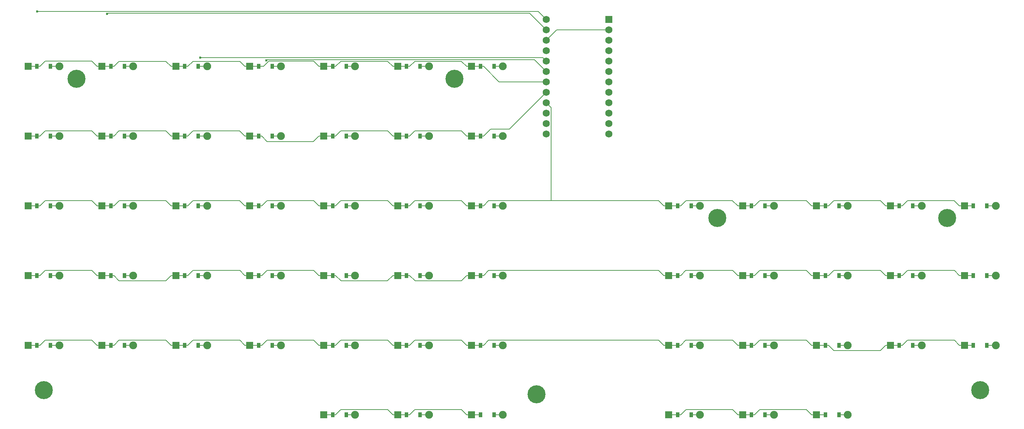
<source format=gbr>
%TF.GenerationSoftware,KiCad,Pcbnew,8.0.2*%
%TF.CreationDate,2024-06-03T01:18:46-04:00*%
%TF.ProjectId,unisplitchoc,756e6973-706c-4697-9463-686f632e6b69,v1.0.0*%
%TF.SameCoordinates,Original*%
%TF.FileFunction,Copper,L1,Top*%
%TF.FilePolarity,Positive*%
%FSLAX46Y46*%
G04 Gerber Fmt 4.6, Leading zero omitted, Abs format (unit mm)*
G04 Created by KiCad (PCBNEW 8.0.2) date 2024-06-03 01:18:46*
%MOMM*%
%LPD*%
G01*
G04 APERTURE LIST*
%TA.AperFunction,ComponentPad*%
%ADD10R,1.778000X1.778000*%
%TD*%
%TA.AperFunction,SMDPad,CuDef*%
%ADD11R,0.900000X1.200000*%
%TD*%
%TA.AperFunction,ComponentPad*%
%ADD12C,1.905000*%
%TD*%
%TA.AperFunction,ComponentPad*%
%ADD13C,0.700000*%
%TD*%
%TA.AperFunction,ComponentPad*%
%ADD14C,4.400000*%
%TD*%
%TA.AperFunction,ComponentPad*%
%ADD15R,1.752600X1.752600*%
%TD*%
%TA.AperFunction,ComponentPad*%
%ADD16C,1.752600*%
%TD*%
%TA.AperFunction,ViaPad*%
%ADD17C,0.600000*%
%TD*%
%TA.AperFunction,Conductor*%
%ADD18C,0.200000*%
%TD*%
G04 APERTURE END LIST*
D10*
%TO.P,D52,1*%
%TO.N,P7*%
X306190000Y-171000000D03*
D11*
X308350000Y-171000000D03*
%TO.P,D52,2*%
%TO.N,rring_home*%
X311650000Y-171000000D03*
D12*
X313810000Y-171000000D03*
%TD*%
D10*
%TO.P,D8,1*%
%TO.N,P6*%
X114190000Y-154000000D03*
D11*
X116350000Y-154000000D03*
%TO.P,D8,2*%
%TO.N,louter_top*%
X119650000Y-154000000D03*
D12*
X121810000Y-154000000D03*
%TD*%
D10*
%TO.P,D20,1*%
%TO.N,P4*%
X150190000Y-120000000D03*
D11*
X152350000Y-120000000D03*
%TO.P,D20,2*%
%TO.N,lring_function*%
X155650000Y-120000000D03*
D12*
X157810000Y-120000000D03*
%TD*%
D10*
%TO.P,D36,1*%
%TO.N,P6*%
X204190000Y-154000000D03*
D11*
X206350000Y-154000000D03*
%TO.P,D36,2*%
%TO.N,linner_top*%
X209650000Y-154000000D03*
D12*
X211810000Y-154000000D03*
%TD*%
D10*
%TO.P,D16,1*%
%TO.N,P8*%
X150190000Y-188000000D03*
D11*
X152350000Y-188000000D03*
%TO.P,D16,2*%
%TO.N,lring_bottom*%
X155650000Y-188000000D03*
D12*
X157810000Y-188000000D03*
%TD*%
D10*
%TO.P,D27,1*%
%TO.N,P9*%
X186190000Y-205000000D03*
D11*
X188350000Y-205000000D03*
%TO.P,D27,2*%
%TO.N,lindex_mod*%
X191650000Y-205000000D03*
D12*
X193810000Y-205000000D03*
%TD*%
D10*
%TO.P,D49,1*%
%TO.N,P7*%
X288190000Y-171000000D03*
D11*
X290350000Y-171000000D03*
%TO.P,D49,2*%
%TO.N,rmiddle_home*%
X293650000Y-171000000D03*
D12*
X295810000Y-171000000D03*
%TD*%
D10*
%TO.P,D5,1*%
%TO.N,P4*%
X96190000Y-120000000D03*
D11*
X98350000Y-120000000D03*
%TO.P,D5,2*%
%TO.N,lmacro_function*%
X101650000Y-120000000D03*
D12*
X103810000Y-120000000D03*
%TD*%
D10*
%TO.P,D21,1*%
%TO.N,P9*%
X168190000Y-205000000D03*
D11*
X170350000Y-205000000D03*
%TO.P,D21,2*%
%TO.N,lmiddle_mod*%
X173650000Y-205000000D03*
D12*
X175810000Y-205000000D03*
%TD*%
D10*
%TO.P,D30,1*%
%TO.N,P6*%
X186190000Y-154000000D03*
D11*
X188350000Y-154000000D03*
%TO.P,D30,2*%
%TO.N,lindex_top*%
X191650000Y-154000000D03*
D12*
X193810000Y-154000000D03*
%TD*%
D10*
%TO.P,D45,1*%
%TO.N,P7*%
X270190000Y-171000000D03*
D11*
X272350000Y-171000000D03*
%TO.P,D45,2*%
%TO.N,rindex_home*%
X275650000Y-171000000D03*
D12*
X277810000Y-171000000D03*
%TD*%
D10*
%TO.P,D11,1*%
%TO.N,P8*%
X132190000Y-188000000D03*
D11*
X134350000Y-188000000D03*
%TO.P,D11,2*%
%TO.N,lpinky_bottom*%
X137650000Y-188000000D03*
D12*
X139810000Y-188000000D03*
%TD*%
D10*
%TO.P,D18,1*%
%TO.N,P6*%
X150190000Y-154000000D03*
D11*
X152350000Y-154000000D03*
%TO.P,D18,2*%
%TO.N,lring_top*%
X155650000Y-154000000D03*
D12*
X157810000Y-154000000D03*
%TD*%
D10*
%TO.P,D14,1*%
%TO.N,P5*%
X132190000Y-137000000D03*
D11*
X134350000Y-137000000D03*
%TO.P,D14,2*%
%TO.N,lpinky_num*%
X137650000Y-137000000D03*
D12*
X139810000Y-137000000D03*
%TD*%
D10*
%TO.P,D17,1*%
%TO.N,P7*%
X150190000Y-171000000D03*
D11*
X152350000Y-171000000D03*
%TO.P,D17,2*%
%TO.N,lring_home*%
X155650000Y-171000000D03*
D12*
X157810000Y-171000000D03*
%TD*%
D10*
%TO.P,D28,1*%
%TO.N,P8*%
X186190000Y-188000000D03*
D11*
X188350000Y-188000000D03*
%TO.P,D28,2*%
%TO.N,lindex_bottom*%
X191650000Y-188000000D03*
D12*
X193810000Y-188000000D03*
%TD*%
D10*
%TO.P,D19,1*%
%TO.N,P5*%
X150190000Y-137000000D03*
D11*
X152350000Y-137000000D03*
%TO.P,D19,2*%
%TO.N,lring_num*%
X155650000Y-137000000D03*
D12*
X157810000Y-137000000D03*
%TD*%
D10*
%TO.P,D54,1*%
%TO.N,P8*%
X324190000Y-188000000D03*
D11*
X326350000Y-188000000D03*
%TO.P,D54,2*%
%TO.N,rpinky_bottom*%
X329650000Y-188000000D03*
D12*
X331810000Y-188000000D03*
%TD*%
D10*
%TO.P,D39,1*%
%TO.N,P9*%
X252190000Y-205000000D03*
D11*
X254350000Y-205000000D03*
%TO.P,D39,2*%
%TO.N,rinner_mod*%
X257650000Y-205000000D03*
D12*
X259810000Y-205000000D03*
%TD*%
D10*
%TO.P,D47,1*%
%TO.N,P9*%
X288190000Y-205000000D03*
D11*
X290350000Y-205000000D03*
%TO.P,D47,2*%
%TO.N,rmiddle_mod*%
X293650000Y-205000000D03*
D12*
X295810000Y-205000000D03*
%TD*%
D10*
%TO.P,D26,1*%
%TO.N,P4*%
X168190000Y-120000000D03*
D11*
X170350000Y-120000000D03*
%TO.P,D26,2*%
%TO.N,lmiddle_function*%
X173650000Y-120000000D03*
D12*
X175810000Y-120000000D03*
%TD*%
D13*
%TO.P,_2,1*%
%TO.N,N/C*%
X198350000Y-123000000D03*
X198833274Y-121833274D03*
X198833274Y-124166726D03*
X200000000Y-121350000D03*
D14*
X200000000Y-123000000D03*
D13*
X200000000Y-124650000D03*
X201166726Y-121833274D03*
X201166726Y-124166726D03*
X201650000Y-123000000D03*
%TD*%
%TO.P,_3,1*%
%TO.N,N/C*%
X262350000Y-157000000D03*
X262833274Y-155833274D03*
X262833274Y-158166726D03*
X264000000Y-155350000D03*
D14*
X264000000Y-157000000D03*
D13*
X264000000Y-158650000D03*
X265166726Y-155833274D03*
X265166726Y-158166726D03*
X265650000Y-157000000D03*
%TD*%
D10*
%TO.P,D38,1*%
%TO.N,P4*%
X204190000Y-120000000D03*
D11*
X206350000Y-120000000D03*
%TO.P,D38,2*%
%TO.N,linner_function*%
X209650000Y-120000000D03*
D12*
X211810000Y-120000000D03*
%TD*%
D10*
%TO.P,D24,1*%
%TO.N,P6*%
X168190000Y-154000000D03*
D11*
X170350000Y-154000000D03*
%TO.P,D24,2*%
%TO.N,lmiddle_top*%
X173650000Y-154000000D03*
D12*
X175810000Y-154000000D03*
%TD*%
D10*
%TO.P,D34,1*%
%TO.N,P8*%
X204190000Y-188000000D03*
D11*
X206350000Y-188000000D03*
%TO.P,D34,2*%
%TO.N,linner_bottom*%
X209650000Y-188000000D03*
D12*
X211810000Y-188000000D03*
%TD*%
D10*
%TO.P,D51,1*%
%TO.N,P8*%
X306190000Y-188000000D03*
D11*
X308350000Y-188000000D03*
%TO.P,D51,2*%
%TO.N,rring_bottom*%
X311650000Y-188000000D03*
D12*
X313810000Y-188000000D03*
%TD*%
D10*
%TO.P,D4,1*%
%TO.N,P5*%
X96190000Y-137000000D03*
D11*
X98350000Y-137000000D03*
%TO.P,D4,2*%
%TO.N,lmacro_num*%
X101650000Y-137000000D03*
D12*
X103810000Y-137000000D03*
%TD*%
D10*
%TO.P,D31,1*%
%TO.N,P5*%
X186190000Y-137000000D03*
D11*
X188350000Y-137000000D03*
%TO.P,D31,2*%
%TO.N,lindex_num*%
X191650000Y-137000000D03*
D12*
X193810000Y-137000000D03*
%TD*%
D10*
%TO.P,D15,1*%
%TO.N,P4*%
X132190000Y-120000000D03*
D11*
X134350000Y-120000000D03*
%TO.P,D15,2*%
%TO.N,lpinky_function*%
X137650000Y-120000000D03*
D12*
X139810000Y-120000000D03*
%TD*%
D10*
%TO.P,D13,1*%
%TO.N,P6*%
X132190000Y-154000000D03*
D11*
X134350000Y-154000000D03*
%TO.P,D13,2*%
%TO.N,lpinky_top*%
X137650000Y-154000000D03*
D12*
X139810000Y-154000000D03*
%TD*%
D10*
%TO.P,D50,1*%
%TO.N,P6*%
X288190000Y-154000000D03*
D11*
X290350000Y-154000000D03*
%TO.P,D50,2*%
%TO.N,rmiddle_top*%
X293650000Y-154000000D03*
D12*
X295810000Y-154000000D03*
%TD*%
D10*
%TO.P,D33,1*%
%TO.N,P9*%
X204190000Y-205000000D03*
D11*
X206350000Y-205000000D03*
%TO.P,D33,2*%
%TO.N,linner_mod*%
X209650000Y-205000000D03*
D12*
X211810000Y-205000000D03*
%TD*%
D10*
%TO.P,D40,1*%
%TO.N,P8*%
X252190000Y-188000000D03*
D11*
X254350000Y-188000000D03*
%TO.P,D40,2*%
%TO.N,rinner_bottom*%
X257650000Y-188000000D03*
D12*
X259810000Y-188000000D03*
%TD*%
D10*
%TO.P,D9,1*%
%TO.N,P5*%
X114190000Y-137000000D03*
D11*
X116350000Y-137000000D03*
%TO.P,D9,2*%
%TO.N,louter_num*%
X119650000Y-137000000D03*
D12*
X121810000Y-137000000D03*
%TD*%
D13*
%TO.P,_4,1*%
%TO.N,N/C*%
X318350000Y-157000000D03*
X318833274Y-155833274D03*
X318833274Y-158166726D03*
X320000000Y-155350000D03*
D14*
X320000000Y-157000000D03*
D13*
X320000000Y-158650000D03*
X321166726Y-155833274D03*
X321166726Y-158166726D03*
X321650000Y-157000000D03*
%TD*%
D10*
%TO.P,D43,1*%
%TO.N,P9*%
X270190000Y-205000000D03*
D11*
X272350000Y-205000000D03*
%TO.P,D43,2*%
%TO.N,rindex_mod*%
X275650000Y-205000000D03*
D12*
X277810000Y-205000000D03*
%TD*%
D10*
%TO.P,D32,1*%
%TO.N,P4*%
X186190000Y-120000000D03*
D11*
X188350000Y-120000000D03*
%TO.P,D32,2*%
%TO.N,lindex_function*%
X191650000Y-120000000D03*
D12*
X193810000Y-120000000D03*
%TD*%
D10*
%TO.P,D44,1*%
%TO.N,P8*%
X270190000Y-188000000D03*
D11*
X272350000Y-188000000D03*
%TO.P,D44,2*%
%TO.N,rindex_bottom*%
X275650000Y-188000000D03*
D12*
X277810000Y-188000000D03*
%TD*%
D10*
%TO.P,D42,1*%
%TO.N,P6*%
X252190000Y-154000000D03*
D11*
X254350000Y-154000000D03*
%TO.P,D42,2*%
%TO.N,rinner_top*%
X257650000Y-154000000D03*
D12*
X259810000Y-154000000D03*
%TD*%
D10*
%TO.P,D7,1*%
%TO.N,P7*%
X114190000Y-171000000D03*
D11*
X116350000Y-171000000D03*
%TO.P,D7,2*%
%TO.N,louter_home*%
X119650000Y-171000000D03*
D12*
X121810000Y-171000000D03*
%TD*%
D10*
%TO.P,D25,1*%
%TO.N,P5*%
X168190000Y-137000000D03*
D11*
X170350000Y-137000000D03*
%TO.P,D25,2*%
%TO.N,lmiddle_num*%
X173650000Y-137000000D03*
D12*
X175810000Y-137000000D03*
%TD*%
D10*
%TO.P,D3,1*%
%TO.N,P6*%
X96190000Y-154000000D03*
D11*
X98350000Y-154000000D03*
%TO.P,D3,2*%
%TO.N,lmacro_top*%
X101650000Y-154000000D03*
D12*
X103810000Y-154000000D03*
%TD*%
D13*
%TO.P,_7,1*%
%TO.N,N/C*%
X326350000Y-199000000D03*
X326833274Y-197833274D03*
X326833274Y-200166726D03*
X328000000Y-197350000D03*
D14*
X328000000Y-199000000D03*
D13*
X328000000Y-200650000D03*
X329166726Y-197833274D03*
X329166726Y-200166726D03*
X329650000Y-199000000D03*
%TD*%
%TO.P,_5,1*%
%TO.N,N/C*%
X98350000Y-199000000D03*
X98833274Y-197833274D03*
X98833274Y-200166726D03*
X100000000Y-197350000D03*
D14*
X100000000Y-199000000D03*
D13*
X100000000Y-200650000D03*
X101166726Y-197833274D03*
X101166726Y-200166726D03*
X101650000Y-199000000D03*
%TD*%
D15*
%TO.P,MCU1,1*%
%TO.N,RAW*%
X237620000Y-108530000D03*
D16*
%TO.P,MCU1,2*%
%TO.N,GND*%
X237620000Y-111070000D03*
%TO.P,MCU1,3*%
%TO.N,RST*%
X237620000Y-113610000D03*
%TO.P,MCU1,4*%
%TO.N,VCC*%
X237620000Y-116150000D03*
%TO.P,MCU1,5*%
%TO.N,P21*%
X237620000Y-118690000D03*
%TO.P,MCU1,6*%
%TO.N,P20*%
X237620000Y-121230000D03*
%TO.P,MCU1,7*%
%TO.N,P19*%
X237620000Y-123770000D03*
%TO.P,MCU1,8*%
%TO.N,P18*%
X237620000Y-126310000D03*
%TO.P,MCU1,9*%
%TO.N,P15*%
X237620000Y-128850000D03*
%TO.P,MCU1,10*%
%TO.N,P14*%
X237620000Y-131390000D03*
%TO.P,MCU1,11*%
%TO.N,P16*%
X237620000Y-133930000D03*
%TO.P,MCU1,12*%
%TO.N,P10*%
X237620000Y-136470000D03*
%TO.P,MCU1,13*%
%TO.N,P1*%
X222380000Y-108530000D03*
%TO.P,MCU1,14*%
%TO.N,P0*%
X222380000Y-111070000D03*
%TO.P,MCU1,15*%
%TO.N,GND*%
X222380000Y-113610000D03*
%TO.P,MCU1,16*%
X222380000Y-116150000D03*
%TO.P,MCU1,17*%
%TO.N,P2*%
X222380000Y-118690000D03*
%TO.P,MCU1,18*%
%TO.N,P3*%
X222380000Y-121230000D03*
%TO.P,MCU1,19*%
%TO.N,P4*%
X222380000Y-123770000D03*
%TO.P,MCU1,20*%
%TO.N,P5*%
X222380000Y-126310000D03*
%TO.P,MCU1,21*%
%TO.N,P6*%
X222380000Y-128850000D03*
%TO.P,MCU1,22*%
%TO.N,P7*%
X222380000Y-131390000D03*
%TO.P,MCU1,23*%
%TO.N,P8*%
X222380000Y-133930000D03*
%TO.P,MCU1,24*%
%TO.N,P9*%
X222380000Y-136470000D03*
%TD*%
D10*
%TO.P,D23,1*%
%TO.N,P7*%
X168190000Y-171000000D03*
D11*
X170350000Y-171000000D03*
%TO.P,D23,2*%
%TO.N,lmiddle_home*%
X173650000Y-171000000D03*
D12*
X175810000Y-171000000D03*
%TD*%
D10*
%TO.P,D10,1*%
%TO.N,P4*%
X114190000Y-120000000D03*
D11*
X116350000Y-120000000D03*
%TO.P,D10,2*%
%TO.N,louter_function*%
X119650000Y-120000000D03*
D12*
X121810000Y-120000000D03*
%TD*%
D10*
%TO.P,D2,1*%
%TO.N,P7*%
X96190000Y-171000000D03*
D11*
X98350000Y-171000000D03*
%TO.P,D2,2*%
%TO.N,lmacro_home*%
X101650000Y-171000000D03*
D12*
X103810000Y-171000000D03*
%TD*%
D10*
%TO.P,D22,1*%
%TO.N,P8*%
X168190000Y-188000000D03*
D11*
X170350000Y-188000000D03*
%TO.P,D22,2*%
%TO.N,lmiddle_bottom*%
X173650000Y-188000000D03*
D12*
X175810000Y-188000000D03*
%TD*%
D10*
%TO.P,D6,1*%
%TO.N,P8*%
X114190000Y-188000000D03*
D11*
X116350000Y-188000000D03*
%TO.P,D6,2*%
%TO.N,louter_bottom*%
X119650000Y-188000000D03*
D12*
X121810000Y-188000000D03*
%TD*%
D10*
%TO.P,D29,1*%
%TO.N,P7*%
X186190000Y-171000000D03*
D11*
X188350000Y-171000000D03*
%TO.P,D29,2*%
%TO.N,lindex_home*%
X191650000Y-171000000D03*
D12*
X193810000Y-171000000D03*
%TD*%
D10*
%TO.P,D41,1*%
%TO.N,P7*%
X252190000Y-171000000D03*
D11*
X254350000Y-171000000D03*
%TO.P,D41,2*%
%TO.N,rinner_home*%
X257650000Y-171000000D03*
D12*
X259810000Y-171000000D03*
%TD*%
D10*
%TO.P,D48,1*%
%TO.N,P8*%
X288190000Y-188000000D03*
D11*
X290350000Y-188000000D03*
%TO.P,D48,2*%
%TO.N,rmiddle_bottom*%
X293650000Y-188000000D03*
D12*
X295810000Y-188000000D03*
%TD*%
D13*
%TO.P,_6,1*%
%TO.N,N/C*%
X218350000Y-200000000D03*
X218833274Y-198833274D03*
X218833274Y-201166726D03*
X220000000Y-198350000D03*
D14*
X220000000Y-200000000D03*
D13*
X220000000Y-201650000D03*
X221166726Y-198833274D03*
X221166726Y-201166726D03*
X221650000Y-200000000D03*
%TD*%
D10*
%TO.P,D1,1*%
%TO.N,P8*%
X96190000Y-188000000D03*
D11*
X98350000Y-188000000D03*
%TO.P,D1,2*%
%TO.N,lmacro_bottom*%
X101650000Y-188000000D03*
D12*
X103810000Y-188000000D03*
%TD*%
D13*
%TO.P,_1,1*%
%TO.N,N/C*%
X106350000Y-123000000D03*
X106833274Y-121833274D03*
X106833274Y-124166726D03*
X108000000Y-121350000D03*
D14*
X108000000Y-123000000D03*
D13*
X108000000Y-124650000D03*
X109166726Y-121833274D03*
X109166726Y-124166726D03*
X109650000Y-123000000D03*
%TD*%
D10*
%TO.P,D55,1*%
%TO.N,P7*%
X324190000Y-171000000D03*
D11*
X326350000Y-171000000D03*
%TO.P,D55,2*%
%TO.N,rpinky_home*%
X329650000Y-171000000D03*
D12*
X331810000Y-171000000D03*
%TD*%
D10*
%TO.P,D46,1*%
%TO.N,P6*%
X270190000Y-154000000D03*
D11*
X272350000Y-154000000D03*
%TO.P,D46,2*%
%TO.N,rindex_top*%
X275650000Y-154000000D03*
D12*
X277810000Y-154000000D03*
%TD*%
D10*
%TO.P,D53,1*%
%TO.N,P6*%
X306190000Y-154000000D03*
D11*
X308350000Y-154000000D03*
%TO.P,D53,2*%
%TO.N,rring_top*%
X311650000Y-154000000D03*
D12*
X313810000Y-154000000D03*
%TD*%
D10*
%TO.P,D37,1*%
%TO.N,P5*%
X204190000Y-137000000D03*
D11*
X206350000Y-137000000D03*
%TO.P,D37,2*%
%TO.N,linner_num*%
X209650000Y-137000000D03*
D12*
X211810000Y-137000000D03*
%TD*%
D10*
%TO.P,D12,1*%
%TO.N,P7*%
X132190000Y-171000000D03*
D11*
X134350000Y-171000000D03*
%TO.P,D12,2*%
%TO.N,lpinky_home*%
X137650000Y-171000000D03*
D12*
X139810000Y-171000000D03*
%TD*%
D10*
%TO.P,D35,1*%
%TO.N,P7*%
X204190000Y-171000000D03*
D11*
X206350000Y-171000000D03*
%TO.P,D35,2*%
%TO.N,linner_home*%
X209650000Y-171000000D03*
D12*
X211810000Y-171000000D03*
%TD*%
D10*
%TO.P,D56,1*%
%TO.N,P6*%
X324190000Y-154000000D03*
D11*
X326350000Y-154000000D03*
%TO.P,D56,2*%
%TO.N,rpinky_top*%
X329650000Y-154000000D03*
D12*
X331810000Y-154000000D03*
%TD*%
D17*
%TO.N,P1*%
X98401100Y-106580000D03*
%TO.N,P0*%
X115427000Y-107215000D03*
%TO.N,P2*%
X138130000Y-117847500D03*
%TO.N,P3*%
X154194700Y-118490100D03*
%TD*%
D18*
%TO.N,P1*%
X220430000Y-106580000D02*
X98401100Y-106580000D01*
X222380000Y-108530000D02*
X220430000Y-106580000D01*
%TO.N,lmacro_bottom*%
X103810000Y-188000000D02*
X101650000Y-188000000D01*
%TO.N,lmacro_home*%
X103810000Y-171000000D02*
X101650000Y-171000000D01*
%TO.N,lmacro_top*%
X103810000Y-154000000D02*
X101650000Y-154000000D01*
%TO.N,lmacro_num*%
X103810000Y-137000000D02*
X101650000Y-137000000D01*
%TO.N,lmacro_function*%
X103810000Y-120000000D02*
X101650000Y-120000000D01*
%TO.N,P0*%
X218308300Y-106998300D02*
X115643700Y-106998300D01*
X115643700Y-106998300D02*
X115427000Y-107215000D01*
X222380000Y-111070000D02*
X218308300Y-106998300D01*
%TO.N,louter_bottom*%
X121810000Y-188000000D02*
X119650000Y-188000000D01*
%TO.N,louter_home*%
X121810000Y-171000000D02*
X119650000Y-171000000D01*
%TO.N,louter_top*%
X121810000Y-154000000D02*
X119650000Y-154000000D01*
%TO.N,louter_num*%
X121810000Y-137000000D02*
X119650000Y-137000000D01*
%TO.N,louter_function*%
X121810000Y-120000000D02*
X119650000Y-120000000D01*
%TO.N,P2*%
X222380000Y-118690000D02*
X221537500Y-117847500D01*
X221537500Y-117847500D02*
X138130000Y-117847500D01*
%TO.N,lpinky_bottom*%
X139810000Y-188000000D02*
X137650000Y-188000000D01*
%TO.N,lpinky_home*%
X139810000Y-171000000D02*
X137650000Y-171000000D01*
%TO.N,lpinky_top*%
X139810000Y-154000000D02*
X137650000Y-154000000D01*
%TO.N,lpinky_num*%
X139810000Y-137000000D02*
X137650000Y-137000000D01*
%TO.N,lpinky_function*%
X139810000Y-120000000D02*
X137650000Y-120000000D01*
%TO.N,P3*%
X154366400Y-118318400D02*
X219468400Y-118318400D01*
X219468400Y-118318400D02*
X222380000Y-121230000D01*
X154194700Y-118490100D02*
X154366400Y-118318400D01*
%TO.N,lring_bottom*%
X157810000Y-188000000D02*
X155650000Y-188000000D01*
%TO.N,lring_home*%
X157810000Y-171000000D02*
X155650000Y-171000000D01*
%TO.N,lring_top*%
X157810000Y-154000000D02*
X155650000Y-154000000D01*
%TO.N,lring_num*%
X157810000Y-137000000D02*
X155650000Y-137000000D01*
%TO.N,lring_function*%
X157810000Y-120000000D02*
X155650000Y-120000000D01*
%TO.N,lmiddle_mod*%
X175810000Y-205000000D02*
X173650000Y-205000000D01*
%TO.N,lmiddle_bottom*%
X175810000Y-188000000D02*
X173650000Y-188000000D01*
%TO.N,lmiddle_home*%
X175810000Y-171000000D02*
X173650000Y-171000000D01*
%TO.N,lmiddle_top*%
X175810000Y-154000000D02*
X173650000Y-154000000D01*
%TO.N,lmiddle_num*%
X175810000Y-137000000D02*
X173650000Y-137000000D01*
%TO.N,lmiddle_function*%
X175810000Y-120000000D02*
X173650000Y-120000000D01*
%TO.N,lindex_mod*%
X193810000Y-205000000D02*
X191650000Y-205000000D01*
%TO.N,lindex_bottom*%
X193810000Y-188000000D02*
X191650000Y-188000000D01*
%TO.N,lindex_home*%
X193810000Y-171000000D02*
X191650000Y-171000000D01*
%TO.N,lindex_top*%
X193810000Y-154000000D02*
X191650000Y-154000000D01*
%TO.N,lindex_num*%
X193810000Y-137000000D02*
X191650000Y-137000000D01*
%TO.N,lindex_function*%
X193810000Y-120000000D02*
X191650000Y-120000000D01*
%TO.N,linner_mod*%
X211810000Y-205000000D02*
X209650000Y-205000000D01*
%TO.N,linner_bottom*%
X211810000Y-188000000D02*
X209650000Y-188000000D01*
%TO.N,linner_home*%
X211810000Y-171000000D02*
X209650000Y-171000000D01*
%TO.N,linner_top*%
X211810000Y-154000000D02*
X209650000Y-154000000D01*
%TO.N,linner_num*%
X211810000Y-137000000D02*
X209650000Y-137000000D01*
%TO.N,linner_function*%
X211810000Y-120000000D02*
X209650000Y-120000000D01*
%TO.N,rinner_mod*%
X259810000Y-205000000D02*
X257650000Y-205000000D01*
%TO.N,rinner_bottom*%
X259810000Y-188000000D02*
X257650000Y-188000000D01*
%TO.N,rinner_home*%
X259810000Y-171000000D02*
X257650000Y-171000000D01*
%TO.N,rinner_top*%
X259810000Y-154000000D02*
X257650000Y-154000000D01*
%TO.N,rindex_mod*%
X277810000Y-205000000D02*
X275650000Y-205000000D01*
%TO.N,rindex_bottom*%
X277810000Y-188000000D02*
X275650000Y-188000000D01*
%TO.N,rindex_home*%
X277810000Y-171000000D02*
X275650000Y-171000000D01*
%TO.N,rindex_top*%
X277810000Y-154000000D02*
X275650000Y-154000000D01*
%TO.N,rmiddle_mod*%
X295810000Y-205000000D02*
X293650000Y-205000000D01*
%TO.N,rmiddle_bottom*%
X295810000Y-188000000D02*
X293650000Y-188000000D01*
%TO.N,rmiddle_home*%
X295810000Y-171000000D02*
X293650000Y-171000000D01*
%TO.N,rmiddle_top*%
X295810000Y-154000000D02*
X293650000Y-154000000D01*
%TO.N,rring_bottom*%
X313810000Y-188000000D02*
X311650000Y-188000000D01*
%TO.N,rring_home*%
X313810000Y-171000000D02*
X311650000Y-171000000D01*
%TO.N,rring_top*%
X313810000Y-154000000D02*
X311650000Y-154000000D01*
%TO.N,rpinky_bottom*%
X331810000Y-188000000D02*
X329650000Y-188000000D01*
%TO.N,rpinky_home*%
X331810000Y-171000000D02*
X329650000Y-171000000D01*
%TO.N,rpinky_top*%
X331810000Y-154000000D02*
X329650000Y-154000000D01*
%TO.N,P8*%
X166999300Y-188000000D02*
X165728500Y-186729200D01*
X290350000Y-188000000D02*
X291101700Y-188000000D01*
X308350000Y-188000000D02*
X309101700Y-188000000D01*
X165728500Y-186729200D02*
X154372500Y-186729200D01*
X150190000Y-188000000D02*
X148999300Y-188000000D01*
X96190000Y-188000000D02*
X98350000Y-188000000D01*
X303730200Y-189269100D02*
X304999300Y-188000000D01*
X270190000Y-188000000D02*
X268999300Y-188000000D01*
X147743000Y-186743700D02*
X148999300Y-188000000D01*
X324190000Y-188000000D02*
X322999300Y-188000000D01*
X99101700Y-188000000D02*
X100358000Y-186743700D01*
X288190000Y-188000000D02*
X286999300Y-188000000D01*
X326350000Y-188000000D02*
X324190000Y-188000000D01*
X206350000Y-188000000D02*
X207101700Y-188000000D01*
X207101700Y-188000000D02*
X208358000Y-186743700D01*
X152350000Y-188000000D02*
X153101700Y-188000000D01*
X306190000Y-188000000D02*
X304999300Y-188000000D01*
X171101700Y-188000000D02*
X172358000Y-186743700D01*
X208358000Y-186743700D02*
X249743000Y-186743700D01*
X186190000Y-188000000D02*
X184999300Y-188000000D01*
X129743000Y-186743700D02*
X130999300Y-188000000D01*
X321743000Y-186743700D02*
X322999300Y-188000000D01*
X306190000Y-188000000D02*
X308350000Y-188000000D01*
X114190000Y-188000000D02*
X112999300Y-188000000D01*
X255101700Y-188000000D02*
X256358000Y-186743700D01*
X135101700Y-188000000D02*
X136358000Y-186743700D01*
X201728500Y-186729200D02*
X190372500Y-186729200D01*
X98350000Y-188000000D02*
X99101700Y-188000000D01*
X152350000Y-188000000D02*
X150190000Y-188000000D01*
X256358000Y-186743700D02*
X267743000Y-186743700D01*
X285743000Y-186743700D02*
X286999300Y-188000000D01*
X202999300Y-188000000D02*
X201728500Y-186729200D01*
X170350000Y-188000000D02*
X168190000Y-188000000D01*
X190372500Y-186729200D02*
X189101700Y-188000000D01*
X291101700Y-188000000D02*
X292370800Y-189269100D01*
X310358000Y-186743700D02*
X321743000Y-186743700D01*
X111743000Y-186743700D02*
X112999300Y-188000000D01*
X132190000Y-188000000D02*
X130999300Y-188000000D01*
X136358000Y-186743700D02*
X147743000Y-186743700D01*
X270190000Y-188000000D02*
X272350000Y-188000000D01*
X204190000Y-188000000D02*
X206350000Y-188000000D01*
X100358000Y-186743700D02*
X111743000Y-186743700D01*
X114190000Y-188000000D02*
X116350000Y-188000000D01*
X116350000Y-188000000D02*
X117101700Y-188000000D01*
X183743000Y-186743700D02*
X184999300Y-188000000D01*
X292370800Y-189269100D02*
X303730200Y-189269100D01*
X170350000Y-188000000D02*
X171101700Y-188000000D01*
X188350000Y-188000000D02*
X189101700Y-188000000D01*
X204190000Y-188000000D02*
X202999300Y-188000000D01*
X288190000Y-188000000D02*
X290350000Y-188000000D01*
X188350000Y-188000000D02*
X186190000Y-188000000D01*
X134350000Y-188000000D02*
X135101700Y-188000000D01*
X267743000Y-186743700D02*
X268999300Y-188000000D01*
X309101700Y-188000000D02*
X310358000Y-186743700D01*
X254350000Y-188000000D02*
X255101700Y-188000000D01*
X249743000Y-186743700D02*
X250999300Y-188000000D01*
X132190000Y-188000000D02*
X134350000Y-188000000D01*
X118358000Y-186743700D02*
X129743000Y-186743700D01*
X117101700Y-188000000D02*
X118358000Y-186743700D01*
X154372500Y-186729200D02*
X153101700Y-188000000D01*
X272350000Y-188000000D02*
X273101700Y-188000000D01*
X273101700Y-188000000D02*
X274358000Y-186743700D01*
X252190000Y-188000000D02*
X254350000Y-188000000D01*
X274358000Y-186743700D02*
X285743000Y-186743700D01*
X168190000Y-188000000D02*
X166999300Y-188000000D01*
X172358000Y-186743700D02*
X183743000Y-186743700D01*
X252190000Y-188000000D02*
X250999300Y-188000000D01*
%TO.N,P7*%
X114190000Y-171000000D02*
X112999300Y-171000000D01*
X274358000Y-169743700D02*
X285743000Y-169743700D01*
X255101700Y-171000000D02*
X256358000Y-169743700D01*
X114190000Y-171000000D02*
X116350000Y-171000000D01*
X273101700Y-171000000D02*
X274358000Y-169743700D01*
X184999300Y-171000000D02*
X183675500Y-172323800D01*
X204190000Y-171000000D02*
X206350000Y-171000000D01*
X306190000Y-171000000D02*
X308350000Y-171000000D01*
X252190000Y-171000000D02*
X250999300Y-171000000D01*
X166999300Y-171000000D02*
X165728500Y-169729200D01*
X170350000Y-171000000D02*
X168190000Y-171000000D01*
X134350000Y-171000000D02*
X132190000Y-171000000D01*
X309101700Y-171000000D02*
X310358000Y-169743700D01*
X136358000Y-169743700D02*
X147743000Y-169743700D01*
X100358000Y-169743700D02*
X111743000Y-169743700D01*
X270190000Y-171000000D02*
X268999300Y-171000000D01*
X204190000Y-171000000D02*
X202999300Y-171000000D01*
X303743000Y-169743700D02*
X304999300Y-171000000D01*
X134350000Y-171000000D02*
X135101700Y-171000000D01*
X186190000Y-171000000D02*
X184999300Y-171000000D01*
X202999300Y-171000000D02*
X201675500Y-172323800D01*
X285743000Y-169743700D02*
X286999300Y-171000000D01*
X98350000Y-171000000D02*
X99101700Y-171000000D01*
X308350000Y-171000000D02*
X309101700Y-171000000D01*
X170350000Y-171000000D02*
X171101700Y-171000000D01*
X207101700Y-171000000D02*
X208358000Y-169743700D01*
X150190000Y-171000000D02*
X148999300Y-171000000D01*
X306190000Y-171000000D02*
X304999300Y-171000000D01*
X117101700Y-171000000D02*
X118355900Y-172254200D01*
X208358000Y-169743700D02*
X249743000Y-169743700D01*
X165728500Y-169729200D02*
X154372500Y-169729200D01*
X96190000Y-171000000D02*
X98350000Y-171000000D01*
X288190000Y-171000000D02*
X290350000Y-171000000D01*
X310358000Y-169743700D02*
X321743000Y-169743700D01*
X267743000Y-169743700D02*
X268999300Y-171000000D01*
X99101700Y-171000000D02*
X100358000Y-169743700D01*
X111743000Y-169743700D02*
X112999300Y-171000000D01*
X152350000Y-171000000D02*
X153101700Y-171000000D01*
X188350000Y-171000000D02*
X189101700Y-171000000D01*
X147743000Y-169743700D02*
X148999300Y-171000000D01*
X252190000Y-171000000D02*
X254350000Y-171000000D01*
X183675500Y-172323800D02*
X172425500Y-172323800D01*
X129745100Y-172254200D02*
X130999300Y-171000000D01*
X324190000Y-171000000D02*
X322999300Y-171000000D01*
X292358000Y-169743700D02*
X303743000Y-169743700D01*
X168190000Y-171000000D02*
X166999300Y-171000000D01*
X116350000Y-171000000D02*
X117101700Y-171000000D01*
X172425500Y-172323800D02*
X171101700Y-171000000D01*
X154372500Y-169729200D02*
X153101700Y-171000000D01*
X249743000Y-169743700D02*
X250999300Y-171000000D01*
X326350000Y-171000000D02*
X324190000Y-171000000D01*
X132190000Y-171000000D02*
X130999300Y-171000000D01*
X288190000Y-171000000D02*
X286999300Y-171000000D01*
X152350000Y-171000000D02*
X150190000Y-171000000D01*
X290350000Y-171000000D02*
X291101700Y-171000000D01*
X272350000Y-171000000D02*
X273101700Y-171000000D01*
X190425500Y-172323800D02*
X189101700Y-171000000D01*
X321743000Y-169743700D02*
X322999300Y-171000000D01*
X135101700Y-171000000D02*
X136358000Y-169743700D01*
X206350000Y-171000000D02*
X207101700Y-171000000D01*
X118355900Y-172254200D02*
X129745100Y-172254200D01*
X291101700Y-171000000D02*
X292358000Y-169743700D01*
X256358000Y-169743700D02*
X267743000Y-169743700D01*
X254350000Y-171000000D02*
X255101700Y-171000000D01*
X201675500Y-172323800D02*
X190425500Y-172323800D01*
X188350000Y-171000000D02*
X186190000Y-171000000D01*
X270190000Y-171000000D02*
X272350000Y-171000000D01*
%TO.N,P6*%
X223574100Y-130044100D02*
X223574100Y-152743700D01*
X100358000Y-152743700D02*
X111743000Y-152743700D01*
X188350000Y-154000000D02*
X189101700Y-154000000D01*
X130999300Y-154000000D02*
X129728500Y-152729200D01*
X99101700Y-154000000D02*
X100358000Y-152743700D01*
X98350000Y-154000000D02*
X99101700Y-154000000D01*
X201728500Y-152729200D02*
X190372500Y-152729200D01*
X170350000Y-154000000D02*
X171101700Y-154000000D01*
X208358000Y-152743700D02*
X223574100Y-152743700D01*
X290350000Y-154000000D02*
X291101700Y-154000000D01*
X129728500Y-152729200D02*
X118372500Y-152729200D01*
X326350000Y-154000000D02*
X324190000Y-154000000D01*
X132190000Y-154000000D02*
X130999300Y-154000000D01*
X254350000Y-154000000D02*
X255101700Y-154000000D01*
X288190000Y-154000000D02*
X290350000Y-154000000D01*
X136369600Y-152732100D02*
X135101700Y-154000000D01*
X204190000Y-154000000D02*
X202999300Y-154000000D01*
X166999300Y-154000000D02*
X165731400Y-152732100D01*
X134350000Y-154000000D02*
X132190000Y-154000000D01*
X206350000Y-154000000D02*
X207101700Y-154000000D01*
X306190000Y-154000000D02*
X308350000Y-154000000D01*
X306190000Y-154000000D02*
X304999300Y-154000000D01*
X223574100Y-152743700D02*
X249743000Y-152743700D01*
X324190000Y-154000000D02*
X322999300Y-154000000D01*
X310383900Y-152717800D02*
X321717100Y-152717800D01*
X267691800Y-152692500D02*
X268999300Y-154000000D01*
X134350000Y-154000000D02*
X135101700Y-154000000D01*
X171101700Y-154000000D02*
X172358000Y-152743700D01*
X252190000Y-154000000D02*
X250999300Y-154000000D01*
X147731400Y-152732100D02*
X136369600Y-152732100D01*
X291101700Y-154000000D02*
X292358000Y-152743700D01*
X186190000Y-154000000D02*
X184999300Y-154000000D01*
X150190000Y-154000000D02*
X148999300Y-154000000D01*
X222380000Y-128850000D02*
X223574100Y-130044100D01*
X288190000Y-154000000D02*
X286999300Y-154000000D01*
X118372500Y-152729200D02*
X117101700Y-154000000D01*
X255101700Y-154000000D02*
X256409200Y-152692500D01*
X256409200Y-152692500D02*
X267691800Y-152692500D01*
X270190000Y-154000000D02*
X268999300Y-154000000D01*
X285743000Y-152743700D02*
X286999300Y-154000000D01*
X207101700Y-154000000D02*
X208358000Y-152743700D01*
X206350000Y-154000000D02*
X204190000Y-154000000D01*
X190372500Y-152729200D02*
X189101700Y-154000000D01*
X168190000Y-154000000D02*
X166999300Y-154000000D01*
X172358000Y-152743700D02*
X183743000Y-152743700D01*
X148999300Y-154000000D02*
X147731400Y-152732100D01*
X202999300Y-154000000D02*
X201728500Y-152729200D01*
X321717100Y-152717800D02*
X322999300Y-154000000D01*
X272350000Y-154000000D02*
X270190000Y-154000000D01*
X274358000Y-152743700D02*
X285743000Y-152743700D01*
X249743000Y-152743700D02*
X250999300Y-154000000D01*
X170350000Y-154000000D02*
X168190000Y-154000000D01*
X183743000Y-152743700D02*
X184999300Y-154000000D01*
X154369600Y-152732100D02*
X153101700Y-154000000D01*
X273101700Y-154000000D02*
X274358000Y-152743700D01*
X254350000Y-154000000D02*
X252190000Y-154000000D01*
X152350000Y-154000000D02*
X150190000Y-154000000D01*
X116350000Y-154000000D02*
X114190000Y-154000000D01*
X116350000Y-154000000D02*
X117101700Y-154000000D01*
X308350000Y-154000000D02*
X309101700Y-154000000D01*
X309101700Y-154000000D02*
X310383900Y-152717800D01*
X96190000Y-154000000D02*
X98350000Y-154000000D01*
X303743000Y-152743700D02*
X304999300Y-154000000D01*
X165731400Y-152732100D02*
X154369600Y-152732100D01*
X114190000Y-154000000D02*
X112999300Y-154000000D01*
X111743000Y-152743700D02*
X112999300Y-154000000D01*
X152350000Y-154000000D02*
X153101700Y-154000000D01*
X188350000Y-154000000D02*
X186190000Y-154000000D01*
X292358000Y-152743700D02*
X303743000Y-152743700D01*
X272350000Y-154000000D02*
X273101700Y-154000000D01*
%TO.N,P5*%
X171101700Y-137000000D02*
X172358000Y-135743700D01*
X202999300Y-137000000D02*
X201728500Y-135729200D01*
X188350000Y-137000000D02*
X186190000Y-137000000D01*
X170350000Y-137000000D02*
X171101700Y-137000000D01*
X165675500Y-138323800D02*
X154425500Y-138323800D01*
X117101700Y-137000000D02*
X118358000Y-135743700D01*
X98350000Y-137000000D02*
X99101700Y-137000000D01*
X129743000Y-135743700D02*
X130999300Y-137000000D01*
X206350000Y-137000000D02*
X207101700Y-137000000D01*
X136372500Y-135729200D02*
X135101700Y-137000000D01*
X96190000Y-137000000D02*
X98350000Y-137000000D01*
X116350000Y-137000000D02*
X114190000Y-137000000D01*
X213436300Y-135253700D02*
X208848000Y-135253700D01*
X186190000Y-137000000D02*
X184999300Y-137000000D01*
X206350000Y-137000000D02*
X204190000Y-137000000D01*
X152350000Y-137000000D02*
X153101700Y-137000000D01*
X190372500Y-135729200D02*
X189101700Y-137000000D01*
X201728500Y-135729200D02*
X190372500Y-135729200D01*
X183743000Y-135743700D02*
X184999300Y-137000000D01*
X148999300Y-137000000D02*
X147728500Y-135729200D01*
X188350000Y-137000000D02*
X189101700Y-137000000D01*
X222380000Y-126310000D02*
X213436300Y-135253700D01*
X204190000Y-137000000D02*
X202999300Y-137000000D01*
X116350000Y-137000000D02*
X117101700Y-137000000D01*
X166999300Y-137000000D02*
X165675500Y-138323800D01*
X208848000Y-135253700D02*
X207101700Y-137000000D01*
X147728500Y-135729200D02*
X136372500Y-135729200D01*
X134350000Y-137000000D02*
X132190000Y-137000000D01*
X118358000Y-135743700D02*
X129743000Y-135743700D01*
X114190000Y-137000000D02*
X112999300Y-137000000D01*
X100358000Y-135743700D02*
X111743000Y-135743700D01*
X99101700Y-137000000D02*
X100358000Y-135743700D01*
X170350000Y-137000000D02*
X168190000Y-137000000D01*
X132190000Y-137000000D02*
X130999300Y-137000000D01*
X168190000Y-137000000D02*
X166999300Y-137000000D01*
X150190000Y-137000000D02*
X148999300Y-137000000D01*
X134350000Y-137000000D02*
X135101700Y-137000000D01*
X154425500Y-138323800D02*
X153101700Y-137000000D01*
X152350000Y-137000000D02*
X150190000Y-137000000D01*
X111743000Y-135743700D02*
X112999300Y-137000000D01*
X172358000Y-135743700D02*
X183743000Y-135743700D01*
%TO.N,P4*%
X111728500Y-118729200D02*
X100372500Y-118729200D01*
X129743000Y-118743700D02*
X130999300Y-120000000D01*
X222380000Y-123770000D02*
X210871700Y-123770000D01*
X136357300Y-118744400D02*
X135101700Y-120000000D01*
X201742300Y-118743000D02*
X202999300Y-120000000D01*
X206350000Y-120000000D02*
X207101700Y-120000000D01*
X114190000Y-120000000D02*
X112999300Y-120000000D01*
X152725900Y-120000000D02*
X153101700Y-120000000D01*
X190358700Y-118743000D02*
X201742300Y-118743000D01*
X152350000Y-120000000D02*
X150190000Y-120000000D01*
X172355900Y-118745800D02*
X171101700Y-120000000D01*
X132190000Y-120000000D02*
X134350000Y-120000000D01*
X210871700Y-123770000D02*
X207101700Y-120000000D01*
X188350000Y-120000000D02*
X189101700Y-120000000D01*
X153101700Y-120000000D02*
X153535700Y-120000000D01*
X186190000Y-120000000D02*
X184999300Y-120000000D01*
X206350000Y-120000000D02*
X204190000Y-120000000D01*
X98350000Y-120000000D02*
X99101700Y-120000000D01*
X100372500Y-118729200D02*
X99101700Y-120000000D01*
X183745100Y-118745800D02*
X172355900Y-118745800D01*
X132190000Y-120000000D02*
X130999300Y-120000000D01*
X152725900Y-120000000D02*
X152350000Y-120000000D01*
X189101700Y-120000000D02*
X190358700Y-118743000D01*
X134350000Y-120000000D02*
X135101700Y-120000000D01*
X116350000Y-120000000D02*
X117101700Y-120000000D01*
X116350000Y-120000000D02*
X114190000Y-120000000D01*
X184999300Y-120000000D02*
X183745100Y-118745800D01*
X98350000Y-120000000D02*
X96190000Y-120000000D01*
X170350000Y-120000000D02*
X168190000Y-120000000D01*
X118358000Y-118743700D02*
X129743000Y-118743700D01*
X150190000Y-120000000D02*
X148999300Y-120000000D01*
X153535700Y-120000000D02*
X154815600Y-118720100D01*
X168190000Y-120000000D02*
X166999300Y-120000000D01*
X188350000Y-120000000D02*
X186190000Y-120000000D01*
X148999300Y-120000000D02*
X147743700Y-118744400D01*
X165719400Y-118720100D02*
X166999300Y-120000000D01*
X112999300Y-120000000D02*
X111728500Y-118729200D01*
X154815600Y-118720100D02*
X165719400Y-118720100D01*
X117101700Y-120000000D02*
X118358000Y-118743700D01*
X147743700Y-118744400D02*
X136357300Y-118744400D01*
X170350000Y-120000000D02*
X171101700Y-120000000D01*
X204190000Y-120000000D02*
X202999300Y-120000000D01*
%TO.N,P9*%
X188350000Y-205000000D02*
X186190000Y-205000000D01*
X190372500Y-203729200D02*
X189101700Y-205000000D01*
X268999300Y-205000000D02*
X267728500Y-203729200D01*
X272350000Y-205000000D02*
X270190000Y-205000000D01*
X256372500Y-203729200D02*
X255101700Y-205000000D01*
X168190000Y-205000000D02*
X170350000Y-205000000D01*
X172358000Y-203743700D02*
X183743000Y-203743700D01*
X206350000Y-205000000D02*
X204190000Y-205000000D01*
X272350000Y-205000000D02*
X273101700Y-205000000D01*
X183743000Y-203743700D02*
X184999300Y-205000000D01*
X188350000Y-205000000D02*
X189101700Y-205000000D01*
X288190000Y-205000000D02*
X286999300Y-205000000D01*
X171101700Y-205000000D02*
X172358000Y-203743700D01*
X204190000Y-205000000D02*
X202999300Y-205000000D01*
X267728500Y-203729200D02*
X256372500Y-203729200D01*
X270190000Y-205000000D02*
X268999300Y-205000000D01*
X274358000Y-203743700D02*
X285743000Y-203743700D01*
X273101700Y-205000000D02*
X274358000Y-203743700D01*
X201728500Y-203729200D02*
X190372500Y-203729200D01*
X290350000Y-205000000D02*
X288190000Y-205000000D01*
X170350000Y-205000000D02*
X171101700Y-205000000D01*
X202999300Y-205000000D02*
X201728500Y-203729200D01*
X186190000Y-205000000D02*
X184999300Y-205000000D01*
X254725900Y-205000000D02*
X254350000Y-205000000D01*
X285743000Y-203743700D02*
X286999300Y-205000000D01*
X254350000Y-205000000D02*
X252190000Y-205000000D01*
X254725900Y-205000000D02*
X255101700Y-205000000D01*
%TO.N,GND*%
X224920000Y-111070000D02*
X237620000Y-111070000D01*
X222380000Y-113610000D02*
X224920000Y-111070000D01*
%TD*%
M02*

</source>
